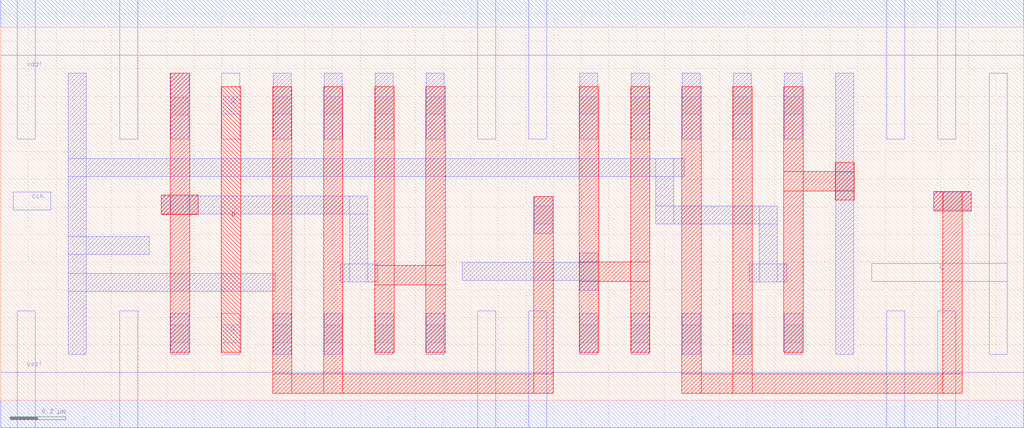
<source format=lef>
VERSION 5.8 ;
BUSBITCHARS "[]" ;
DIVIDERCHAR "/" ;

PROPERTYDEFINITIONS
  LAYER contactResistance REAL ;
END PROPERTYDEFINITIONS

UNITS
  DATABASE MICRONS 2000 ;
END UNITS
MANUFACTURINGGRID 0.0025 ;
LAYER OVERLAP
  TYPE OVERLAP ;
END OVERLAP

LAYER poly
  TYPE MASTERSLICE ;
END poly

LAYER contact
  TYPE CUT ;
  SPACING 0.075 ;
  PROPERTY contactResistance 10.5 ;
END contact

LAYER metal1
  TYPE ROUTING ;
  DIRECTION HORIZONTAL ;
  PITCH 0.19 0.19 ;
  WIDTH 0.065 ;
  SPACING 0.065 ;
  SPACING 0.065 SAMENET ;
  RESISTANCE RPERSQ 0.38 ;
END metal1

LAYER via1
  TYPE CUT ;
  SPACING 0.075 ;
  WIDTH 0.065 ;
  PROPERTY contactResistance 5.69 ;
END via1

LAYER metal2
  TYPE ROUTING ;
  DIRECTION VERTICAL ;
  PITCH 0.19 0.19 ;
  WIDTH 0.07 ;
  SPACING 0.075 ;
  SPACING 0.07 SAMENET ;
  RESISTANCE RPERSQ 0.25 ;
END metal2

LAYER via2
  TYPE CUT ;
  SPACING 0.085 ;
  WIDTH 0.07 ;
  PROPERTY contactResistance 11.39 ;
END via2

LAYER metal3
  TYPE ROUTING ;
  DIRECTION HORIZONTAL ;
  PITCH 0.19 0.19 ;
  WIDTH 0.07 ;
  SPACING 0.07 ;
  SPACING 0.07 SAMENET ;
  RESISTANCE RPERSQ 0.25 ;
END metal3

LAYER via3
  TYPE CUT ;
  SPACING 0.085 ;
  WIDTH 0.07 ;
  PROPERTY contactResistance 16.73 ;
END via3

LAYER metal4
  TYPE ROUTING ;
  DIRECTION VERTICAL ;
  PITCH 0.285 0.285 ;
  WIDTH 0.14 ;
  SPACING 0.14 ;
  SPACING 0.14 SAMENET ;
  RESISTANCE RPERSQ 0.25 ;
END metal4

LAYER via4
  TYPE CUT ;
  SPACING 0.16 ;
  WIDTH 0.14 ;
  PROPERTY contactResistance 21.44 ;
END via4

LAYER metal5
  TYPE ROUTING ;
  DIRECTION HORIZONTAL ;
  PITCH 0.285 0.285 ;
  WIDTH 0.14 ;
  SPACING 0.14 ;
  SPACING 0.14 SAMENET ;
  RESISTANCE RPERSQ 0.25 ;
END metal5

LAYER via5
  TYPE CUT ;
  SPACING 0.16 ;
  WIDTH 0.14 ;
  PROPERTY contactResistance 24.08 ;
END via5

LAYER metal6
  TYPE ROUTING ;
  DIRECTION VERTICAL ;
  PITCH 0.285 0.285 ;
  WIDTH 0.14 ;
  SPACING 0.14 ;
  SPACING 0.14 SAMENET ;
  RESISTANCE RPERSQ 0.25 ;
END metal6

LAYER via6
  TYPE CUT ;
  SPACING 0.16 ;
  WIDTH 0.14 ;
  PROPERTY contactResistance 11.39 ;
END via6

LAYER metal7
  TYPE ROUTING ;
  DIRECTION HORIZONTAL ;
  PITCH 0.855 0.855 ;
  WIDTH 0.4 ;
  SPACING 0.44 ;
  SPACING 0.44 SAMENET ;
  RESISTANCE RPERSQ 0.25 ;
END metal7

LAYER via7
  TYPE CUT ;
  SPACING 0.44 ;
  WIDTH 0.4 ;
  PROPERTY contactResistance 5.69 ;
END via7

LAYER metal8
  TYPE ROUTING ;
  DIRECTION VERTICAL ;
  PITCH 0.855 0.855 ;
  WIDTH 0.4 ;
  SPACING 0.44 ;
  SPACING 0.44 SAMENET ;
  RESISTANCE RPERSQ 0.25 ;
END metal8

LAYER via8
  TYPE CUT ;
  SPACING 0.44 ;
  WIDTH 0.4 ;
  PROPERTY contactResistance 16.73 ;
END via8

LAYER metal9
  TYPE ROUTING ;
  DIRECTION HORIZONTAL ;
  PITCH 1.71 1.71 ;
  WIDTH 0.8 ;
  SPACING 0.8 ;
  SPACING 0.8 SAMENET ;
  RESISTANCE RPERSQ 0.21 ;
END metal9

LAYER via9
  TYPE CUT ;
  SPACING 0.88 ;
  WIDTH 0.8 ;
  PROPERTY contactResistance 21.44 ;
END via9

LAYER metal10
  TYPE ROUTING ;
  DIRECTION VERTICAL ;
  PITCH 1.71 1.71 ;
  WIDTH 0.4 ;
  SPACING 0.8 ;
  SPACING 0.8 SAMENET ;
  RESISTANCE RPERSQ 0.21 ;
END metal10

VIARULE M2_M1 GENERATE
  LAYER metal1 ;
    ENCLOSURE 0 0.035 ;
  LAYER metal2 ;
    ENCLOSURE 0 0.035 ;
  LAYER via1 ;
    RECT -0.0325 -0.0325 0.0325 0.0325 ;
    SPACING 0.14 BY 0.14 ;
END M2_M1

VIARULE M3_M2 GENERATE
  LAYER metal2 ;
    ENCLOSURE 0 0.035 ;
  LAYER metal3 ;
    ENCLOSURE 0 0.035 ;
  LAYER via2 ;
    RECT -0.035 -0.035 0.035 0.035 ;
    SPACING 0.155 BY 0.155 ;
END M3_M2

VIARULE M4_M3 GENERATE
  LAYER metal3 ;
    ENCLOSURE 0 0.035 ;
  LAYER metal4 ;
    ENCLOSURE 0 0 ;
  LAYER via3 ;
    RECT -0.035 -0.035 0.035 0.035 ;
    SPACING 0.155 BY 0.155 ;
END M4_M3

VIARULE M5_M4 GENERATE
  LAYER metal4 ;
    ENCLOSURE 0 0 ;
  LAYER metal5 ;
    ENCLOSURE 0 0 ;
  LAYER via4 ;
    RECT -0.07 -0.07 0.07 0.07 ;
    SPACING 0.3 BY 0.3 ;
END M5_M4

VIARULE M6_M5 GENERATE
  LAYER metal5 ;
    ENCLOSURE 0 0 ;
  LAYER metal6 ;
    ENCLOSURE 0 0 ;
  LAYER via5 ;
    RECT -0.07 -0.07 0.07 0.07 ;
    SPACING 0.3 BY 0.3 ;
END M6_M5

VIARULE M7_M6 GENERATE
  LAYER metal6 ;
    ENCLOSURE 0 0 ;
  LAYER metal7 ;
    ENCLOSURE 0.13 0.13 ;
  LAYER via6 ;
    RECT -0.07 -0.07 0.07 0.07 ;
    SPACING 0.3 BY 0.3 ;
END M7_M6

VIARULE M8_M7 GENERATE
  LAYER metal7 ;
    ENCLOSURE 0 0 ;
  LAYER metal8 ;
    ENCLOSURE 0 0 ;
  LAYER via7 ;
    RECT -0.2 -0.2 0.2 0.2 ;
    SPACING 0.8 BY 0.8 ;
END M8_M7

VIARULE M9_M8 GENERATE
  LAYER metal8 ;
    ENCLOSURE 0 0 ;
  LAYER metal9 ;
    ENCLOSURE 0.2 0.2 ;
  LAYER via8 ;
    RECT -0.2 -0.2 0.2 0.2 ;
    SPACING 0.8 BY 0.8 ;
END M9_M8

VIARULE M10_M9 GENERATE
  LAYER metal9 ;
    ENCLOSURE 0 0 ;
  LAYER metal10 ;
    ENCLOSURE 0 0 ;
  LAYER via9 ;
    RECT -0.4 -0.4 0.4 0.4 ;
    SPACING 1.6 BY 1.6 ;
END M10_M9

VIARULE M1_POLY GENERATE
  LAYER poly ;
    ENCLOSURE 0 0 ;
  LAYER metal1 ;
    ENCLOSURE 0 0.035 ;
  LAYER contact ;
    RECT -0.0325 -0.0325 0.0325 0.0325 ;
    SPACING 0.14 BY 0.14 ;
END M1_POLY

VIA M2_M1_via DEFAULT
  LAYER metal1 ;
    RECT -0.0675 -0.0325 0.0675 0.0325 ;
  LAYER via1 ;
    RECT -0.0325 -0.0325 0.0325 0.0325 ;
  LAYER metal2 ;
    RECT -0.035 -0.0675 0.035 0.0675 ;
END M2_M1_via

VIA M3_M2_via DEFAULT
  LAYER metal2 ;
    RECT -0.035 -0.07 0.035 0.07 ;
  LAYER via2 ;
    RECT -0.035 -0.035 0.035 0.035 ;
  LAYER metal3 ;
    RECT -0.07 -0.035 0.07 0.035 ;
END M3_M2_via

VIA M4_M3_via DEFAULT
  LAYER metal3 ;
    RECT -0.07 -0.035 0.07 0.035 ;
  LAYER via3 ;
    RECT -0.035 -0.035 0.035 0.035 ;
  LAYER metal4 ;
    RECT -0.07 -0.07 0.07 0.07 ;
END M4_M3_via

VIA M5_M4_via DEFAULT
  LAYER metal4 ;
    RECT -0.07 -0.07 0.07 0.07 ;
  LAYER via4 ;
    RECT -0.07 -0.07 0.07 0.07 ;
  LAYER metal5 ;
    RECT -0.07 -0.07 0.07 0.07 ;
END M5_M4_via

VIA M6_M5_via DEFAULT
  LAYER metal5 ;
    RECT -0.07 -0.07 0.07 0.07 ;
  LAYER via5 ;
    RECT -0.07 -0.07 0.07 0.07 ;
  LAYER metal6 ;
    RECT -0.07 -0.07 0.07 0.07 ;
END M6_M5_via

VIA M7_M6_via DEFAULT
  LAYER metal6 ;
    RECT -0.07 -0.07 0.07 0.07 ;
  LAYER via6 ;
    RECT -0.07 -0.07 0.07 0.07 ;
  LAYER metal7 ;
    RECT -0.2 -0.2 0.2 0.2 ;
END M7_M6_via

VIA M8_M7_via DEFAULT
  LAYER metal7 ;
    RECT -0.2 -0.2 0.2 0.2 ;
  LAYER via7 ;
    RECT -0.2 -0.2 0.2 0.2 ;
  LAYER metal8 ;
    RECT -0.2 -0.2 0.2 0.2 ;
END M8_M7_via

VIA M9_M8_via DEFAULT
  LAYER metal8 ;
    RECT -0.2 -0.2 0.2 0.2 ;
  LAYER via8 ;
    RECT -0.2 -0.2 0.2 0.2 ;
  LAYER metal9 ;
    RECT -0.4 -0.4 0.4 0.4 ;
END M9_M8_via

VIA M10_M9_via DEFAULT
  LAYER metal9 ;
    RECT -0.4 -0.4 0.4 0.4 ;
  LAYER via9 ;
    RECT -0.4 -0.4 0.4 0.4 ;
  LAYER metal10 ;
    RECT -0.4 -0.4 0.4 0.4 ;
END M10_M9_via

VIA M2_M1_viaB DEFAULT
  LAYER metal1 ;
    RECT -0.0675 -0.0325 0.0675 0.0325 ;
  LAYER via1 ;
    RECT -0.0325 -0.0325 0.0325 0.0325 ;
  LAYER metal2 ;
    RECT -0.0675 -0.035 0.0675 0.035 ;
END M2_M1_viaB

VIA M2_M1_viaC DEFAULT
  LAYER metal1 ;
    RECT -0.0325 -0.0675 0.0325 0.0675 ;
  LAYER via1 ;
    RECT -0.0325 -0.0325 0.0325 0.0325 ;
  LAYER metal2 ;
    RECT -0.035 -0.0675 0.035 0.0675 ;
END M2_M1_viaC

VIA M3_M2_viaB DEFAULT
  LAYER metal2 ;
    RECT -0.035 -0.07 0.035 0.07 ;
  LAYER via2 ;
    RECT -0.035 -0.035 0.035 0.035 ;
  LAYER metal3 ;
    RECT -0.035 -0.07 0.035 0.07 ;
END M3_M2_viaB

VIA M3_M2_viaC DEFAULT
  LAYER metal2 ;
    RECT -0.07 -0.035 0.07 0.035 ;
  LAYER via2 ;
    RECT -0.035 -0.035 0.035 0.035 ;
  LAYER metal3 ;
    RECT -0.07 -0.035 0.07 0.035 ;
END M3_M2_viaC

VIA M4_M3_viaB DEFAULT
  LAYER metal3 ;
    RECT -0.035 -0.07 0.035 0.07 ;
  LAYER via3 ;
    RECT -0.035 -0.035 0.035 0.035 ;
  LAYER metal4 ;
    RECT -0.07 -0.07 0.07 0.07 ;
END M4_M3_viaB

SITE CoreSite
  CLASS CORE ;
  SYMMETRY Y ;
  SIZE 0.005 BY 1.005 ;
END CoreSite

MACRO and2
  CLASS CORE ;
  ORIGIN 0 -0.1 ;
  FOREIGN and2 0 0.1 ;
  SIZE 0.75 BY 1.35 ;
  SYMMETRY X Y ;
  SITE CoreSite ;
  PIN A
    DIRECTION INPUT ;
    USE SIGNAL ;
    PORT
      LAYER metal1 ;
        RECT 0.1975 0.4625 0.2625 0.5975 ;
    END
  END A
  PIN B
    DIRECTION INPUT ;
    USE SIGNAL ;
    PORT
      LAYER metal1 ;
        RECT 0.275 0.6625 0.41 0.7275 ;
    END
  END B
  PIN Y
    DIRECTION OUTPUT ;
    USE SIGNAL ;
    PORT
      LAYER metal1 ;
        RECT 0.625 0.265 0.69 1.2825 ;
    END
  END Y
  PIN vdd!
    DIRECTION INOUT ;
    USE POWER ;
    SHAPE ABUTMENT ;
    PORT
      LAYER metal1 ;
        RECT 0 1.35 0.745 1.55 ;
        RECT 0.435 1.0425 0.5 1.55 ;
        RECT 0.06 1.04 0.125 1.55 ;
    END
  END vdd!
  PIN vss!
    DIRECTION INOUT ;
    USE GROUND ;
    SHAPE ABUTMENT ;
    PORT
      LAYER metal1 ;
        RECT 0 0 0.75 0.2 ;
        RECT 0.435 0 0.5 0.415 ;
    END
  END vss!
  OBS
    LAYER metal1 ;
      RECT 0.2475 0.825 0.3125 1.2825 ;
      RECT 0.48 0.79 0.545 0.925 ;
      RECT 0.06 0.825 0.545 0.89 ;
      RECT 0.06 0.265 0.125 0.89 ;
  END
END and2

MACRO aoi21
  CLASS CORE ;
  ORIGIN 0 -0.1 ;
  FOREIGN aoi21 0 0.1 ;
  SIZE 0.75 BY 1.35 ;
  SYMMETRY X Y ;
  SITE CoreSite ;
  PIN A
    DIRECTION INPUT ;
    USE SIGNAL ;
    PORT
      LAYER metal1 ;
        RECT 0.09 0.8175 0.155 0.9525 ;
    END
  END A
  PIN B
    DIRECTION INPUT ;
    USE SIGNAL ;
    PORT
      LAYER metal1 ;
        RECT 0.29 0.8175 0.355 0.9525 ;
    END
  END B
  PIN C
    DIRECTION INPUT ;
    USE SIGNAL ;
    PORT
      LAYER metal1 ;
        RECT 0.48 0.8175 0.545 0.9525 ;
    END
  END C
  PIN Y
    DIRECTION OUTPUT ;
    USE SIGNAL ;
    PORT
      LAYER metal1 ;
        RECT 0.625 0.265 0.69 1.2825 ;
        RECT 0.06 0.5575 0.69 0.6225 ;
        RECT 0.06 0.265 0.125 0.6225 ;
    END
  END Y
  PIN vdd!
    DIRECTION INOUT ;
    USE POWER ;
    SHAPE ABUTMENT ;
    PORT
      LAYER metal1 ;
        RECT 0 1.35 0.755 1.55 ;
        RECT 0.2475 1.04 0.3125 1.55 ;
    END
  END vdd!
  PIN vss!
    DIRECTION INOUT ;
    USE GROUND ;
    SHAPE ABUTMENT ;
    PORT
      LAYER metal1 ;
        RECT 0 0 0.75 0.2 ;
        RECT 0.435 0 0.5 0.415 ;
    END
  END vss!
  OBS
    LAYER metal1 ;
      RECT 0.435 1.0525 0.5 1.2725 ;
      RECT 0.06 1.0525 0.125 1.2725 ;
    LAYER metal2 ;
      RECT 0.0575 1.2925 0.5025 1.3625 ;
      RECT 0.4325 1.0975 0.5025 1.3625 ;
      RECT 0.0575 1.0975 0.1275 1.3625 ;
    LAYER via1 ;
      RECT 0.435 1.1325 0.5 1.1975 ;
      RECT 0.06 1.1325 0.125 1.1975 ;
  END
END aoi21

MACRO buf
  CLASS CORE ;
  ORIGIN 0 -0.1 ;
  FOREIGN buf 0 0.1 ;
  SIZE 0.56 BY 1.35 ;
  SYMMETRY X Y ;
  SITE CoreSite ;
  PIN A
    DIRECTION INPUT ;
    USE SIGNAL ;
    PORT
      LAYER metal1 ;
        RECT 0.2025 0.7075 0.2675 0.8425 ;
    END
  END A
  PIN Y
    DIRECTION OUTPUT ;
    USE SIGNAL ;
    PORT
      LAYER metal1 ;
        RECT 0.435 0.265 0.5 1.285 ;
    END
  END Y
  PIN vdd!
    DIRECTION INOUT ;
    USE POWER ;
    SHAPE ABUTMENT ;
    PORT
      LAYER metal1 ;
        RECT 0 1.35 0.56 1.55 ;
        RECT 0.245 1.045 0.31 1.55 ;
    END
  END vdd!
  PIN vss!
    DIRECTION INOUT ;
    USE GROUND ;
    SHAPE ABUTMENT ;
    PORT
      LAYER metal1 ;
        RECT 0 0 0.56 0.2 ;
        RECT 0.245 0 0.31 0.4225 ;
    END
  END vss!
  OBS
    LAYER metal1 ;
      RECT 0.06 0.265 0.125 1.285 ;
      RECT 0.2925 0.505 0.3575 0.64 ;
      RECT 0.06 0.54 0.3575 0.605 ;
  END
END buf

MACRO dff
  CLASS CORE ;
  ORIGIN 0 -0.1 ;
  FOREIGN dff 0 0.1 ;
  SIZE 3.7 BY 1.35 ;
  SYMMETRY X Y ;
  SITE CoreSite ;
  PIN CLK
    DIRECTION INPUT ;
    USE SIGNAL ;
    PORT
      LAYER metal1 ;
        RECT 0.045 0.7875 0.18 0.8525 ;
    END
  END CLK
  PIN Q
    DIRECTION OUTPUT ;
    USE SIGNAL ;
    PORT
      LAYER metal1 ;
        RECT 3.575 0.265 3.64 1.285 ;
        RECT 3.15 0.53 3.64 0.595 ;
    END
  END Q
  PIN vdd!
    DIRECTION INOUT ;
    USE POWER ;
    SHAPE ABUTMENT ;
    PORT
      LAYER metal1 ;
        RECT 0 1.35 3.7 1.55 ;
        RECT 3.39 1.045 3.455 1.55 ;
        RECT 3.205 1.045 3.27 1.55 ;
        RECT 1.91 1.045 1.975 1.55 ;
        RECT 1.725 1.045 1.79 1.55 ;
        RECT 0.43 1.045 0.495 1.55 ;
        RECT 0.06 1.045 0.125 1.55 ;
    END
  END vdd!
  PIN vss!
    DIRECTION INOUT ;
    USE GROUND ;
    SHAPE ABUTMENT ;
    PORT
      LAYER metal1 ;
        RECT 0 0 3.7 0.2 ;
        RECT 3.39 0 3.455 0.4225 ;
        RECT 3.205 0 3.27 0.4225 ;
        RECT 1.91 0 1.975 0.4225 ;
        RECT 1.725 0 1.79 0.4225 ;
        RECT 0.43 0 0.495 0.4225 ;
        RECT 0.06 0 0.125 0.4225 ;
    END
  END vss!
  PIN D
    DIRECTION INPUT ;
    USE SIGNAL ;
    PORT
      LAYER metal2 ;
        RECT 0.7975 0.2725 0.8675 1.235 ;
      LAYER metal1 ;
        RECT 0.8 0.265 0.865 0.415 ;
        RECT 0.8 1.045 0.865 1.285 ;
      LAYER via1 ;
        RECT 0.8 1.135 0.865 1.2 ;
        RECT 0.8 0.3075 0.865 0.3725 ;
    END
  END D
  OBS
    LAYER metal1 ;
      RECT 0.245 0.265 0.31 1.285 ;
      RECT 0.245 0.91 2.4725 0.975 ;
      RECT 2.37 0.7375 2.435 0.975 ;
      RECT 2.37 0.7375 2.8075 0.8025 ;
      RECT 2.7425 0.5275 2.8075 0.8025 ;
      RECT 0.245 0.6275 0.5375 0.6925 ;
      RECT 2.7075 0.5275 2.8425 0.5925 ;
      RECT 0.245 0.4925 0.9925 0.5575 ;
      RECT 2.095 0.4975 2.16 0.6325 ;
      RECT 1.67 0.5325 2.16 0.5975 ;
      RECT 0.58 0.775 1.3275 0.84 ;
      RECT 1.2625 0.5275 1.3275 0.84 ;
      RECT 1.2275 0.5275 1.3625 0.5925 ;
      RECT 3.375 0.7875 3.51 0.8525 ;
      RECT 3.02 0.265 3.085 1.285 ;
      RECT 2.835 0.265 2.9 0.415 ;
      RECT 2.835 1.045 2.9 1.285 ;
      RECT 2.65 0.265 2.715 0.415 ;
      RECT 2.65 1.045 2.715 1.285 ;
      RECT 2.465 0.265 2.53 0.415 ;
      RECT 2.465 1.045 2.53 1.285 ;
      RECT 2.28 0.265 2.345 0.415 ;
      RECT 2.28 1.045 2.345 1.285 ;
      RECT 2.095 0.265 2.16 0.415 ;
      RECT 2.095 1.045 2.16 1.285 ;
      RECT 1.93 0.7025 1.995 0.8375 ;
      RECT 1.54 0.265 1.605 0.415 ;
      RECT 1.54 1.045 1.605 1.285 ;
      RECT 1.355 0.265 1.42 0.415 ;
      RECT 1.355 1.045 1.42 1.285 ;
      RECT 1.17 0.265 1.235 0.415 ;
      RECT 1.17 1.045 1.235 1.285 ;
      RECT 0.985 0.265 1.05 0.415 ;
      RECT 0.985 1.045 1.05 1.285 ;
      RECT 0.615 0.265 0.68 0.415 ;
      RECT 0.615 1.045 0.68 1.285 ;
    LAYER metal2 ;
      RECT 2.6475 0.125 2.7175 1.235 ;
      RECT 2.4625 0.125 2.5325 1.235 ;
      RECT 3.375 0.785 3.51 0.855 ;
      RECT 3.4075 0.125 3.4775 0.855 ;
      RECT 2.4625 0.125 3.4775 0.195 ;
      RECT 2.8325 0.2725 2.9025 1.235 ;
      RECT 3.0175 0.825 3.0875 0.96 ;
      RECT 2.8325 0.8575 3.0875 0.9275 ;
      RECT 2.2775 0.2725 2.3475 1.235 ;
      RECT 2.0925 0.2725 2.1625 1.235 ;
      RECT 2.0925 0.53 2.3475 0.6 ;
      RECT 1.1675 0.125 1.2375 1.235 ;
      RECT 0.9825 0.125 1.0525 1.235 ;
      RECT 1.9275 0.125 1.9975 0.8375 ;
      RECT 0.9825 0.125 1.9975 0.195 ;
      RECT 1.5375 0.2725 1.6075 1.235 ;
      RECT 1.3525 0.2725 1.4225 1.235 ;
      RECT 1.3525 0.5175 1.6075 0.5875 ;
      RECT 0.6125 0.2725 0.6825 1.285 ;
      RECT 0.58 0.7725 0.715 0.8425 ;
    LAYER via1 ;
      RECT 3.41 0.7875 3.475 0.8525 ;
      RECT 3.02 0.86 3.085 0.925 ;
      RECT 2.835 0.3075 2.9 0.3725 ;
      RECT 2.835 1.135 2.9 1.2 ;
      RECT 2.65 0.3075 2.715 0.3725 ;
      RECT 2.65 1.135 2.715 1.2 ;
      RECT 2.465 0.3075 2.53 0.3725 ;
      RECT 2.465 1.135 2.53 1.2 ;
      RECT 2.28 0.3075 2.345 0.3725 ;
      RECT 2.28 1.135 2.345 1.2 ;
      RECT 2.095 0.3075 2.16 0.3725 ;
      RECT 2.095 0.5325 2.16 0.5975 ;
      RECT 2.095 1.135 2.16 1.2 ;
      RECT 1.93 0.7375 1.995 0.8025 ;
      RECT 1.54 0.3075 1.605 0.3725 ;
      RECT 1.54 1.135 1.605 1.2 ;
      RECT 1.355 0.3075 1.42 0.3725 ;
      RECT 1.355 1.135 1.42 1.2 ;
      RECT 1.17 0.3075 1.235 0.3725 ;
      RECT 1.17 1.135 1.235 1.2 ;
      RECT 0.985 0.3075 1.05 0.3725 ;
      RECT 0.985 1.135 1.05 1.2 ;
      RECT 0.615 0.3075 0.68 0.3725 ;
      RECT 0.615 0.775 0.68 0.84 ;
      RECT 0.615 1.1325 0.68 1.1975 ;
  END
END dff

MACRO inv
  CLASS CORE ;
  ORIGIN 0 -0.1 ;
  FOREIGN inv 0 0.1 ;
  SIZE 0.37 BY 1.35 ;
  SYMMETRY X Y ;
  SITE CoreSite ;
  PIN A
    DIRECTION INPUT ;
    USE SIGNAL ;
    PORT
      LAYER metal1 ;
        RECT 0.045 0.7875 0.18 0.8525 ;
    END
  END A
  PIN Y
    DIRECTION OUTPUT ;
    USE SIGNAL ;
    PORT
      LAYER metal1 ;
        RECT 0.245 0.265 0.31 1.285 ;
    END
  END Y
  PIN vdd!
    DIRECTION INOUT ;
    USE POWER ;
    SHAPE ABUTMENT ;
    PORT
      LAYER metal1 ;
        RECT 0 1.35 0.37 1.55 ;
        RECT 0.06 1.045 0.125 1.55 ;
    END
  END vdd!
  PIN vss!
    DIRECTION INOUT ;
    USE GROUND ;
    SHAPE ABUTMENT ;
    PORT
      LAYER metal1 ;
        RECT 0 0 0.37 0.2 ;
        RECT 0.06 0 0.125 0.4225 ;
    END
  END vss!
END inv

MACRO latch
  CLASS CORE ;
  ORIGIN 0 -0.1 ;
  FOREIGN latch 0 0.1 ;
  SIZE 1.66 BY 1.35 ;
  SYMMETRY X Y ;
  SITE CoreSite ;
  PIN Q
    DIRECTION OUTPUT ;
    USE SIGNAL ;
    PORT
      LAYER metal1 ;
        RECT 1.535 0.265 1.6 1.285 ;
        RECT 1.28 0.5325 1.6 0.5975 ;
        RECT 1.28 0.4975 1.345 0.6325 ;
    END
  END Q
  PIN vdd!
    DIRECTION INOUT ;
    USE POWER ;
    SHAPE ABUTMENT ;
    PORT
      LAYER metal1 ;
        RECT 0 1.35 1.66 1.55 ;
        RECT 1.345 1.045 1.41 1.55 ;
        RECT 0.59 1.045 0.655 1.55 ;
        RECT 0.245 1.045 0.31 1.55 ;
    END
  END vdd!
  PIN vss!
    DIRECTION INOUT ;
    USE GROUND ;
    SHAPE ABUTMENT ;
    PORT
      LAYER metal1 ;
        RECT 0 0 1.66 0.2 ;
        RECT 1.345 0 1.41 0.4225 ;
        RECT 0.59 0 0.655 0.4225 ;
        RECT 0.245 0 0.31 0.4225 ;
    END
  END vss!
  PIN D
    DIRECTION INPUT ;
    USE SIGNAL ;
    PORT
      LAYER metal2 ;
        RECT 0.5725 0.7075 0.6425 0.8425 ;
      LAYER metal1 ;
        RECT 0.575 0.7075 0.64 0.8425 ;
      LAYER via1 ;
        RECT 0.575 0.7425 0.64 0.8075 ;
    END
  END D
  PIN EN
    DIRECTION INPUT ;
    USE SIGNAL ;
    PORT
      LAYER metal2 ;
        RECT 0.2 0.7075 0.27 0.8425 ;
      LAYER metal1 ;
        RECT 0.2025 0.7075 0.2675 0.8425 ;
      LAYER via1 ;
        RECT 0.2025 0.7425 0.2675 0.8075 ;
    END
  END EN
  OBS
    LAYER metal1 ;
      RECT 0.8725 0.715 0.9375 0.85 ;
      RECT 0.8725 0.75 1.1225 0.815 ;
      RECT 1.0575 0.5125 1.1225 0.815 ;
      RECT 0.435 0.265 0.5 1.285 ;
      RECT 1.0575 0.88 1.1225 1.015 ;
      RECT 0.7375 0.915 1.1225 0.98 ;
      RECT 0.7375 0.55 0.8025 0.98 ;
      RECT 0.8725 0.515 0.9375 0.65 ;
      RECT 0.435 0.5525 0.8025 0.6175 ;
      RECT 0.7375 0.55 0.9375 0.615 ;
      RECT 0.06 0.265 0.125 1.285 ;
      RECT 0.2925 0.505 0.3575 0.64 ;
      RECT 0.06 0.54 0.3575 0.605 ;
      RECT 1.395 0.785 1.46 0.92 ;
      RECT 1.1575 0.2725 1.2225 0.4075 ;
      RECT 1.1575 1.0975 1.2225 1.2325 ;
      RECT 0.965 0.2725 1.03 0.4075 ;
      RECT 0.965 1.0975 1.03 1.2325 ;
      RECT 0.775 0.2725 0.84 0.4075 ;
      RECT 0.775 1.0975 0.84 1.2325 ;
    LAYER metal2 ;
      RECT 0.9625 1.3775 1.4625 1.4475 ;
      RECT 1.3925 0.785 1.4625 1.4475 ;
      RECT 0.9625 0.265 1.0325 1.4475 ;
      RECT 1.155 0.2725 1.225 1.2325 ;
      RECT 0.7725 0.2675 0.8425 1.2325 ;
    LAYER via1 ;
      RECT 1.395 0.82 1.46 0.885 ;
      RECT 1.1575 0.3075 1.2225 0.3725 ;
      RECT 1.1575 1.1325 1.2225 1.1975 ;
      RECT 0.965 0.3075 1.03 0.3725 ;
      RECT 0.965 1.1325 1.03 1.1975 ;
      RECT 0.775 0.3075 0.84 0.3725 ;
      RECT 0.775 1.1325 0.84 1.1975 ;
  END
END latch

MACRO mux2
  CLASS CORE ;
  ORIGIN 0 -0.1 ;
  FOREIGN mux2 0 0.1 ;
  SIZE 1.32 BY 1.35 ;
  SYMMETRY X Y ;
  SITE CoreSite ;
  PIN A
    DIRECTION INPUT ;
    USE SIGNAL ;
    PORT
      LAYER metal2 ;
        RECT 0.735 0.7425 0.945 0.8125 ;
        RECT 0.875 0.525 0.945 0.8125 ;
        RECT 0.3425 0.525 0.945 0.595 ;
        RECT 0.735 0.71 0.805 0.845 ;
        RECT 0.3075 0.5275 0.4425 0.5975 ;
      LAYER metal1 ;
        RECT 0.7375 0.71 0.8025 0.845 ;
        RECT 0.3075 0.53 0.4425 0.595 ;
      LAYER via1 ;
        RECT 0.3425 0.53 0.4075 0.595 ;
        RECT 0.7375 0.745 0.8025 0.81 ;
    END
  END A
  PIN B
    DIRECTION INPUT ;
    USE SIGNAL ;
    PORT
      LAYER metal1 ;
        RECT 0.345 0.95 0.975 1.015 ;
        RECT 0.91 0.575 0.975 1.015 ;
        RECT 0.705 0.575 0.975 0.64 ;
        RECT 0.345 0.71 0.41 1.015 ;
    END
  END B
  PIN Y
    DIRECTION OUTPUT ;
    USE SIGNAL ;
    PORT
      LAYER metal1 ;
        RECT 1.195 0.265 1.26 1.285 ;
    END
  END Y
  PIN vdd!
    DIRECTION INOUT ;
    USE POWER ;
    SHAPE ABUTMENT ;
    PORT
      LAYER metal1 ;
        RECT 0 1.35 1.32 1.55 ;
        RECT 1.01 1.105 1.075 1.55 ;
        RECT 0.245 1.0825 0.31 1.55 ;
    END
  END vdd!
  PIN vss!
    DIRECTION INOUT ;
    USE GROUND ;
    SHAPE ABUTMENT ;
    PORT
      LAYER metal1 ;
        RECT 0 0 1.32 0.2 ;
        RECT 1.01 0 1.075 0.505 ;
        RECT 0.245 0 0.31 0.41 ;
    END
  END vss!
  PIN S0
    DIRECTION INPUT ;
    USE SIGNAL ;
    PORT
      LAYER metal2 ;
        RECT 0.19 0.74 0.26 0.875 ;
      LAYER metal1 ;
        RECT 0.1925 0.74 0.2575 0.875 ;
      LAYER via1 ;
        RECT 0.1925 0.775 0.2575 0.84 ;
    END
  END S0
  OBS
    LAYER metal1 ;
      RECT 0.06 0.265 0.125 1.285 ;
      RECT 0.0575 0.5475 0.125 0.6825 ;
      RECT 1.0525 0.57 1.1175 0.705 ;
      RECT 0.8175 1.1025 0.8825 1.2375 ;
      RECT 0.6275 0.2675 0.6925 0.4025 ;
      RECT 0.6275 1.13 0.6925 1.265 ;
      RECT 0.4875 0.775 0.6225 0.84 ;
      RECT 0.4375 1.1025 0.5025 1.2375 ;
    LAYER metal2 ;
      RECT 0.625 0.9575 0.695 1.265 ;
      RECT 0.625 0.9575 1.12 1.0275 ;
      RECT 1.05 0.13 1.12 1.0275 ;
      RECT 0.625 0.13 0.695 0.4025 ;
      RECT 0.625 0.13 1.12 0.2 ;
      RECT 0.435 1.375 0.885 1.445 ;
      RECT 0.815 1.1025 0.885 1.445 ;
      RECT 0.435 1.1025 0.505 1.445 ;
      RECT 0.05 0.955 0.555 1.025 ;
      RECT 0.485 0.7725 0.555 1.025 ;
      RECT 0.05 0.5475 0.12 1.025 ;
      RECT 0.485 0.7725 0.6225 0.8425 ;
      RECT 0.05 0.5475 0.125 0.6825 ;
    LAYER via1 ;
      RECT 1.0525 0.605 1.1175 0.67 ;
      RECT 0.8175 1.1375 0.8825 1.2025 ;
      RECT 0.6275 0.3025 0.6925 0.3675 ;
      RECT 0.6275 1.165 0.6925 1.23 ;
      RECT 0.5225 0.775 0.5875 0.84 ;
      RECT 0.4375 1.1375 0.5025 1.2025 ;
      RECT 0.0575 0.5825 0.1225 0.6475 ;
  END
END mux2

MACRO nand2
  CLASS CORE ;
  ORIGIN 0 -0.1 ;
  FOREIGN nand2 0 0.1 ;
  SIZE 0.56 BY 1.35 ;
  SYMMETRY X Y ;
  SITE CoreSite ;
  PIN A
    DIRECTION INPUT ;
    USE SIGNAL ;
    PORT
      LAYER metal1 ;
        RECT 0.1975 0.4975 0.2625 0.6325 ;
    END
  END A
  PIN B
    DIRECTION INPUT ;
    USE SIGNAL ;
    PORT
      LAYER metal1 ;
        RECT 0.275 0.7525 0.41 0.8175 ;
    END
  END B
  PIN Y
    DIRECTION OUTPUT ;
    USE SIGNAL ;
    PORT
      LAYER metal1 ;
        RECT 0.06 0.9025 0.56 0.9675 ;
        RECT 0.2475 0.9025 0.3125 1.2825 ;
        RECT 0.06 0.265 0.125 0.9675 ;
    END
  END Y
  PIN vdd!
    DIRECTION INOUT ;
    USE POWER ;
    SHAPE ABUTMENT ;
    PORT
      LAYER metal1 ;
        RECT 0 1.35 0.56 1.55 ;
        RECT 0.435 1.0425 0.5 1.55 ;
        RECT 0.06 1.04 0.125 1.55 ;
    END
  END vdd!
  PIN vss!
    DIRECTION INOUT ;
    USE GROUND ;
    SHAPE ABUTMENT ;
    PORT
      LAYER metal1 ;
        RECT 0 0 0.56 0.2 ;
        RECT 0.435 0 0.5 0.415 ;
    END
  END vss!
END nand2

MACRO nor2
  CLASS CORE ;
  ORIGIN 0 -0.1 ;
  FOREIGN nor2 0 0.1 ;
  SIZE 0.56 BY 1.35 ;
  SYMMETRY X Y ;
  SITE CoreSite ;
  PIN A
    DIRECTION INPUT ;
    USE SIGNAL ;
    PORT
      LAYER metal1 ;
        RECT 0.09 0.4975 0.155 0.6325 ;
    END
  END A
  PIN B
    DIRECTION INPUT ;
    USE SIGNAL ;
    PORT
      LAYER metal1 ;
        RECT 0.38 0.7525 0.515 0.8175 ;
    END
  END B
  PIN Y
    DIRECTION OUTPUT ;
    USE SIGNAL ;
    PORT
      LAYER metal1 ;
        RECT 0.245 0.9025 0.56 0.9675 ;
        RECT 0.435 0.9025 0.5 1.2825 ;
        RECT 0.245 0.265 0.31 0.9675 ;
    END
  END Y
  PIN vdd!
    DIRECTION INOUT ;
    USE POWER ;
    SHAPE ABUTMENT ;
    PORT
      LAYER metal1 ;
        RECT 0 1.35 0.56 1.55 ;
        RECT 0.06 1.04 0.125 1.55 ;
    END
  END vdd!
  PIN vss!
    DIRECTION INOUT ;
    USE GROUND ;
    SHAPE ABUTMENT ;
    PORT
      LAYER metal1 ;
        RECT 0 0 0.56 0.2 ;
        RECT 0.435 0 0.5 0.415 ;
        RECT 0.06 0 0.125 0.415 ;
    END
  END vss!
END nor2

MACRO oai21
  CLASS CORE ;
  ORIGIN 0 -0.1 ;
  FOREIGN oai21 0 0.1 ;
  SIZE 0.75 BY 1.35 ;
  SYMMETRY X Y ;
  SITE CoreSite ;
  PIN A
    DIRECTION INPUT ;
    USE SIGNAL ;
    PORT
      LAYER metal1 ;
        RECT 0.09 0.4975 0.155 0.6325 ;
    END
  END A
  PIN B
    DIRECTION INPUT ;
    USE SIGNAL ;
    PORT
      LAYER metal1 ;
        RECT 0.395 0.5325 0.46 0.6675 ;
    END
  END B
  PIN C
    DIRECTION INPUT ;
    USE SIGNAL ;
    PORT
      LAYER metal1 ;
        RECT 0.595 0.4975 0.66 0.6325 ;
    END
  END C
  PIN Y
    DIRECTION OUTPUT ;
    USE SIGNAL ;
    PORT
      LAYER metal1 ;
        RECT 0.245 0.755 0.705 0.82 ;
        RECT 0.435 0.755 0.5 1.2825 ;
        RECT 0.245 0.265 0.31 0.82 ;
    END
  END Y
  PIN vdd!
    DIRECTION INOUT ;
    USE POWER ;
    SHAPE ABUTMENT ;
    PORT
      LAYER metal1 ;
        RECT 0 1.35 0.755 1.55 ;
        RECT 0.6275 1.04 0.6925 1.55 ;
        RECT 0.06 1.04 0.125 1.55 ;
    END
  END vdd!
  PIN vss!
    DIRECTION INOUT ;
    USE GROUND ;
    SHAPE ABUTMENT ;
    PORT
      LAYER metal1 ;
        RECT 0 0 0.75 0.2 ;
        RECT 0.625 0 0.69 0.415 ;
    END
  END vss!
  OBS
    LAYER metal1 ;
      RECT 0.435 0.265 0.5 0.415 ;
      RECT 0.06 0.265 0.125 0.415 ;
    LAYER metal2 ;
      RECT 0.0575 0.47 0.5025 0.54 ;
      RECT 0.4325 0.275 0.5025 0.54 ;
      RECT 0.0575 0.275 0.1275 0.54 ;
    LAYER via1 ;
      RECT 0.435 0.31 0.5 0.375 ;
      RECT 0.06 0.31 0.125 0.375 ;
  END
END oai21

MACRO or2
  CLASS CORE ;
  ORIGIN 0 -0.1 ;
  FOREIGN or2 0 0.1 ;
  SIZE 0.75 BY 1.35 ;
  SYMMETRY X Y ;
  SITE CoreSite ;
  PIN A
    DIRECTION INPUT ;
    USE SIGNAL ;
    PORT
      LAYER metal1 ;
        RECT 0.57 0.555 0.705 0.62 ;
    END
  END A
  PIN B
    DIRECTION INPUT ;
    USE SIGNAL ;
    PORT
      LAYER metal1 ;
        RECT 0.2925 0.4975 0.3575 0.6325 ;
    END
  END B
  PIN Y
    DIRECTION OUTPUT ;
    USE SIGNAL ;
    PORT
      LAYER metal1 ;
        RECT 0.06 0.265 0.125 1.2825 ;
    END
  END Y
  PIN vdd!
    DIRECTION INOUT ;
    USE POWER ;
    SHAPE ABUTMENT ;
    PORT
      LAYER metal1 ;
        RECT 0 1.35 0.75 1.55 ;
        RECT 0.25 1.04 0.315 1.55 ;
    END
  END vdd!
  PIN vss!
    DIRECTION INOUT ;
    USE GROUND ;
    SHAPE ABUTMENT ;
    PORT
      LAYER metal1 ;
        RECT 0 0 0.75 0.2 ;
        RECT 0.625 0 0.69 0.415 ;
        RECT 0.25 0 0.315 0.415 ;
    END
  END vss!
  OBS
    LAYER metal1 ;
      RECT 0.625 0.875 0.69 1.2825 ;
      RECT 0.2025 0.84 0.2675 0.975 ;
      RECT 0.2025 0.875 0.69 0.94 ;
      RECT 0.435 0.265 0.5 0.94 ;
  END
END or2

MACRO xnor2
  CLASS CORE ;
  ORIGIN 0 -0.1 ;
  FOREIGN xnor2 0 0.1 ;
  SIZE 1.13 BY 1.35 ;
  SYMMETRY X Y ;
  SITE CoreSite ;
  PIN Y
    DIRECTION OUTPUT ;
    USE SIGNAL ;
    PORT
      LAYER metal1 ;
        RECT 0.625 0.8225 0.8825 0.8875 ;
        RECT 0.8175 0.265 0.8825 0.8875 ;
        RECT 0.625 0.8225 0.69 1.285 ;
    END
  END Y
  PIN vdd!
    DIRECTION INOUT ;
    USE POWER ;
    SHAPE ABUTMENT ;
    PORT
      LAYER metal1 ;
        RECT 0 1.35 1.13 1.55 ;
        RECT 1.005 1.0425 1.07 1.55 ;
        RECT 0.435 1.0425 0.5 1.55 ;
        RECT 0.06 1.04 0.125 1.55 ;
    END
  END vdd!
  PIN vss!
    DIRECTION INOUT ;
    USE GROUND ;
    SHAPE ABUTMENT ;
    PORT
      LAYER metal1 ;
        RECT 0 0 1.13 0.2 ;
        RECT 0.435 0 0.5 0.415 ;
    END
  END vss!
  PIN A
    DIRECTION INPUT ;
    USE SIGNAL ;
    PORT
      LAYER metal2 ;
        RECT 0.0475 0.805 1.0825 0.875 ;
      LAYER metal1 ;
        RECT 0.9475 0.8075 1.0825 0.8725 ;
        RECT 0.0475 0.8075 0.1825 0.8725 ;
      LAYER via1 ;
        RECT 0.0825 0.8075 0.1475 0.8725 ;
        RECT 0.9825 0.8075 1.0475 0.8725 ;
    END
  END A
  PIN B
    DIRECTION INPUT ;
    USE SIGNAL ;
    PORT
      LAYER metal2 ;
        RECT 0.3575 0.4975 0.4925 0.5675 ;
      LAYER metal1 ;
        RECT 0.6825 0.5 0.7475 0.635 ;
        RECT 0.3575 0.5 0.7475 0.565 ;
      LAYER via1 ;
        RECT 0.3925 0.5 0.4575 0.565 ;
    END
  END B
  OBS
    LAYER metal1 ;
      RECT 0.2475 0.645 0.3125 1.2825 ;
      RECT 0.48 0.645 0.545 0.78 ;
      RECT 0.06 0.645 0.545 0.71 ;
      RECT 0.06 0.265 0.125 0.71 ;
      RECT 1.005 0.265 1.07 0.415 ;
      RECT 0.6275 0.265 0.6925 0.415 ;
    LAYER metal2 ;
      RECT 1.0025 0.2725 1.0725 0.4075 ;
      RECT 0.625 0.2725 0.695 0.4075 ;
      RECT 0.625 0.2725 1.0725 0.3425 ;
    LAYER via1 ;
      RECT 1.005 0.3075 1.07 0.3725 ;
      RECT 0.6275 0.3075 0.6925 0.3725 ;
  END
END xnor2

MACRO xor2
  CLASS CORE ;
  ORIGIN 0 -0.1 ;
  FOREIGN xor2 0 0.1 ;
  SIZE 1.13 BY 1.35 ;
  SYMMETRY X Y ;
  SITE CoreSite ;
  PIN A
    DIRECTION INPUT ;
    USE SIGNAL ;
    PORT
      LAYER metal1 ;
        RECT 0.68 0.6375 0.745 0.7725 ;
        RECT 0.3925 0.6725 0.745 0.7375 ;
        RECT 0.3925 0.6375 0.4575 0.7725 ;
    END
  END A
  PIN Y
    DIRECTION OUTPUT ;
    USE SIGNAL ;
    PORT
      LAYER metal1 ;
        RECT 0.8125 0.4725 0.8825 1.2825 ;
        RECT 0.6225 0.4725 0.8825 0.5425 ;
        RECT 0.6225 0.265 0.6925 0.5425 ;
    END
  END Y
  PIN vdd!
    DIRECTION INOUT ;
    USE POWER ;
    SHAPE ABUTMENT ;
    PORT
      LAYER metal1 ;
        RECT 0 1.35 1.13 1.55 ;
        RECT 0.435 1.0425 0.5 1.55 ;
    END
  END vdd!
  PIN vss!
    DIRECTION INOUT ;
    USE GROUND ;
    SHAPE ABUTMENT ;
    PORT
      LAYER metal1 ;
        RECT 0 0 1.13 0.2 ;
        RECT 1.005 0 1.07 0.415 ;
        RECT 0.435 0 0.5 0.415 ;
        RECT 0.06 0 0.125 0.415 ;
    END
  END vss!
  PIN B
    DIRECTION INPUT ;
    USE SIGNAL ;
    PORT
      LAYER metal2 ;
        RECT 0.9725 0.5025 1.0425 0.6375 ;
        RECT 0.0875 0.5375 1.0425 0.6075 ;
        RECT 0.0875 0.5025 0.1575 0.6375 ;
      LAYER metal1 ;
        RECT 0.975 0.5025 1.04 0.6375 ;
        RECT 0.09 0.5025 0.155 0.6375 ;
      LAYER via1 ;
        RECT 0.09 0.5375 0.155 0.6025 ;
        RECT 0.975 0.5375 1.04 0.6025 ;
    END
  END B
  OBS
    LAYER metal1 ;
      RECT 0.06 0.9075 0.125 1.2825 ;
      RECT 0.06 0.9075 0.5825 0.9725 ;
      RECT 0.245 0.265 0.31 0.9725 ;
      RECT 1.005 1.0425 1.07 1.2825 ;
      RECT 0.625 1.0425 0.69 1.2825 ;
    LAYER metal2 ;
      RECT 1.0025 0.9525 1.0725 1.23 ;
      RECT 0.6225 0.9525 0.6925 1.23 ;
      RECT 0.6225 0.9525 1.0725 1.0225 ;
    LAYER via1 ;
      RECT 1.005 1.13 1.07 1.195 ;
      RECT 0.625 1.13 0.69 1.195 ;
  END
END xor2

END LIBRARY

</source>
